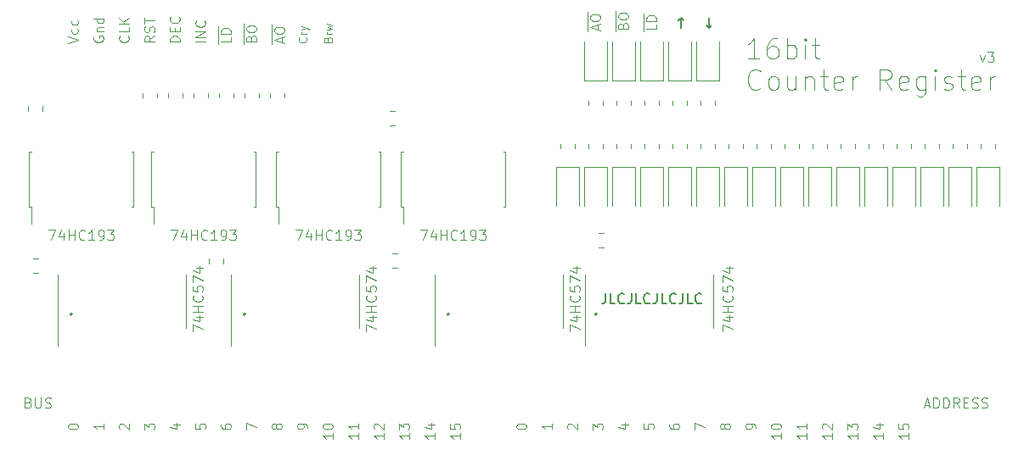
<source format=gbr>
%TF.GenerationSoftware,KiCad,Pcbnew,(5.1.10-1-10_14)*%
%TF.CreationDate,2021-11-12T19:59:20-05:00*%
%TF.ProjectId,address-register-smd,61646472-6573-4732-9d72-656769737465,rev?*%
%TF.SameCoordinates,Original*%
%TF.FileFunction,Legend,Top*%
%TF.FilePolarity,Positive*%
%FSLAX46Y46*%
G04 Gerber Fmt 4.6, Leading zero omitted, Abs format (unit mm)*
G04 Created by KiCad (PCBNEW (5.1.10-1-10_14)) date 2021-11-12 19:59:20*
%MOMM*%
%LPD*%
G01*
G04 APERTURE LIST*
%ADD10C,0.100000*%
%ADD11C,0.200000*%
%ADD12C,0.150000*%
%ADD13C,0.120000*%
G04 APERTURE END LIST*
D10*
X151337857Y-115101714D02*
X151575952Y-115768380D01*
X151814047Y-115101714D01*
X152099761Y-114768380D02*
X152718809Y-114768380D01*
X152385476Y-115149333D01*
X152528333Y-115149333D01*
X152623571Y-115196952D01*
X152671190Y-115244571D01*
X152718809Y-115339809D01*
X152718809Y-115577904D01*
X152671190Y-115673142D01*
X152623571Y-115720761D01*
X152528333Y-115768380D01*
X152242619Y-115768380D01*
X152147380Y-115720761D01*
X152099761Y-115673142D01*
D11*
X60806000Y-140970000D02*
G75*
G03*
X60806000Y-140970000I-100000J0D01*
G01*
D12*
X113998952Y-138898380D02*
X113998952Y-139612666D01*
X113951333Y-139755523D01*
X113856095Y-139850761D01*
X113713238Y-139898380D01*
X113618000Y-139898380D01*
X114951333Y-139898380D02*
X114475142Y-139898380D01*
X114475142Y-138898380D01*
X115856095Y-139803142D02*
X115808476Y-139850761D01*
X115665619Y-139898380D01*
X115570380Y-139898380D01*
X115427523Y-139850761D01*
X115332285Y-139755523D01*
X115284666Y-139660285D01*
X115237047Y-139469809D01*
X115237047Y-139326952D01*
X115284666Y-139136476D01*
X115332285Y-139041238D01*
X115427523Y-138946000D01*
X115570380Y-138898380D01*
X115665619Y-138898380D01*
X115808476Y-138946000D01*
X115856095Y-138993619D01*
X116570380Y-138898380D02*
X116570380Y-139612666D01*
X116522761Y-139755523D01*
X116427523Y-139850761D01*
X116284666Y-139898380D01*
X116189428Y-139898380D01*
X117522761Y-139898380D02*
X117046571Y-139898380D01*
X117046571Y-138898380D01*
X118427523Y-139803142D02*
X118379904Y-139850761D01*
X118237047Y-139898380D01*
X118141809Y-139898380D01*
X117998952Y-139850761D01*
X117903714Y-139755523D01*
X117856095Y-139660285D01*
X117808476Y-139469809D01*
X117808476Y-139326952D01*
X117856095Y-139136476D01*
X117903714Y-139041238D01*
X117998952Y-138946000D01*
X118141809Y-138898380D01*
X118237047Y-138898380D01*
X118379904Y-138946000D01*
X118427523Y-138993619D01*
X119141809Y-138898380D02*
X119141809Y-139612666D01*
X119094190Y-139755523D01*
X118998952Y-139850761D01*
X118856095Y-139898380D01*
X118760857Y-139898380D01*
X120094190Y-139898380D02*
X119618000Y-139898380D01*
X119618000Y-138898380D01*
X120998952Y-139803142D02*
X120951333Y-139850761D01*
X120808476Y-139898380D01*
X120713238Y-139898380D01*
X120570380Y-139850761D01*
X120475142Y-139755523D01*
X120427523Y-139660285D01*
X120379904Y-139469809D01*
X120379904Y-139326952D01*
X120427523Y-139136476D01*
X120475142Y-139041238D01*
X120570380Y-138946000D01*
X120713238Y-138898380D01*
X120808476Y-138898380D01*
X120951333Y-138946000D01*
X120998952Y-138993619D01*
X121713238Y-138898380D02*
X121713238Y-139612666D01*
X121665619Y-139755523D01*
X121570380Y-139850761D01*
X121427523Y-139898380D01*
X121332285Y-139898380D01*
X122665619Y-139898380D02*
X122189428Y-139898380D01*
X122189428Y-138898380D01*
X123570380Y-139803142D02*
X123522761Y-139850761D01*
X123379904Y-139898380D01*
X123284666Y-139898380D01*
X123141809Y-139850761D01*
X123046571Y-139755523D01*
X122998952Y-139660285D01*
X122951333Y-139469809D01*
X122951333Y-139326952D01*
X122998952Y-139136476D01*
X123046571Y-139041238D01*
X123141809Y-138946000D01*
X123284666Y-138898380D01*
X123379904Y-138898380D01*
X123522761Y-138946000D01*
X123570380Y-138993619D01*
D10*
X129350809Y-115432761D02*
X128207952Y-115432761D01*
X128779380Y-115432761D02*
X128779380Y-113432761D01*
X128588904Y-113718476D01*
X128398428Y-113908952D01*
X128207952Y-114004190D01*
X131065095Y-113432761D02*
X130684142Y-113432761D01*
X130493666Y-113528000D01*
X130398428Y-113623238D01*
X130207952Y-113908952D01*
X130112714Y-114289904D01*
X130112714Y-115051809D01*
X130207952Y-115242285D01*
X130303190Y-115337523D01*
X130493666Y-115432761D01*
X130874619Y-115432761D01*
X131065095Y-115337523D01*
X131160333Y-115242285D01*
X131255571Y-115051809D01*
X131255571Y-114575619D01*
X131160333Y-114385142D01*
X131065095Y-114289904D01*
X130874619Y-114194666D01*
X130493666Y-114194666D01*
X130303190Y-114289904D01*
X130207952Y-114385142D01*
X130112714Y-114575619D01*
X132112714Y-115432761D02*
X132112714Y-113432761D01*
X132112714Y-114194666D02*
X132303190Y-114099428D01*
X132684142Y-114099428D01*
X132874619Y-114194666D01*
X132969857Y-114289904D01*
X133065095Y-114480380D01*
X133065095Y-115051809D01*
X132969857Y-115242285D01*
X132874619Y-115337523D01*
X132684142Y-115432761D01*
X132303190Y-115432761D01*
X132112714Y-115337523D01*
X133922238Y-115432761D02*
X133922238Y-114099428D01*
X133922238Y-113432761D02*
X133827000Y-113528000D01*
X133922238Y-113623238D01*
X134017476Y-113528000D01*
X133922238Y-113432761D01*
X133922238Y-113623238D01*
X134588904Y-114099428D02*
X135350809Y-114099428D01*
X134874619Y-113432761D02*
X134874619Y-115147047D01*
X134969857Y-115337523D01*
X135160333Y-115432761D01*
X135350809Y-115432761D01*
X129446047Y-118342285D02*
X129350809Y-118437523D01*
X129065095Y-118532761D01*
X128874619Y-118532761D01*
X128588904Y-118437523D01*
X128398428Y-118247047D01*
X128303190Y-118056571D01*
X128207952Y-117675619D01*
X128207952Y-117389904D01*
X128303190Y-117008952D01*
X128398428Y-116818476D01*
X128588904Y-116628000D01*
X128874619Y-116532761D01*
X129065095Y-116532761D01*
X129350809Y-116628000D01*
X129446047Y-116723238D01*
X130588904Y-118532761D02*
X130398428Y-118437523D01*
X130303190Y-118342285D01*
X130207952Y-118151809D01*
X130207952Y-117580380D01*
X130303190Y-117389904D01*
X130398428Y-117294666D01*
X130588904Y-117199428D01*
X130874619Y-117199428D01*
X131065095Y-117294666D01*
X131160333Y-117389904D01*
X131255571Y-117580380D01*
X131255571Y-118151809D01*
X131160333Y-118342285D01*
X131065095Y-118437523D01*
X130874619Y-118532761D01*
X130588904Y-118532761D01*
X132969857Y-117199428D02*
X132969857Y-118532761D01*
X132112714Y-117199428D02*
X132112714Y-118247047D01*
X132207952Y-118437523D01*
X132398428Y-118532761D01*
X132684142Y-118532761D01*
X132874619Y-118437523D01*
X132969857Y-118342285D01*
X133922238Y-117199428D02*
X133922238Y-118532761D01*
X133922238Y-117389904D02*
X134017476Y-117294666D01*
X134207952Y-117199428D01*
X134493666Y-117199428D01*
X134684142Y-117294666D01*
X134779380Y-117485142D01*
X134779380Y-118532761D01*
X135446047Y-117199428D02*
X136207952Y-117199428D01*
X135731761Y-116532761D02*
X135731761Y-118247047D01*
X135827000Y-118437523D01*
X136017476Y-118532761D01*
X136207952Y-118532761D01*
X137636523Y-118437523D02*
X137446047Y-118532761D01*
X137065095Y-118532761D01*
X136874619Y-118437523D01*
X136779380Y-118247047D01*
X136779380Y-117485142D01*
X136874619Y-117294666D01*
X137065095Y-117199428D01*
X137446047Y-117199428D01*
X137636523Y-117294666D01*
X137731761Y-117485142D01*
X137731761Y-117675619D01*
X136779380Y-117866095D01*
X138588904Y-118532761D02*
X138588904Y-117199428D01*
X138588904Y-117580380D02*
X138684142Y-117389904D01*
X138779380Y-117294666D01*
X138969857Y-117199428D01*
X139160333Y-117199428D01*
X142493666Y-118532761D02*
X141827000Y-117580380D01*
X141350809Y-118532761D02*
X141350809Y-116532761D01*
X142112714Y-116532761D01*
X142303190Y-116628000D01*
X142398428Y-116723238D01*
X142493666Y-116913714D01*
X142493666Y-117199428D01*
X142398428Y-117389904D01*
X142303190Y-117485142D01*
X142112714Y-117580380D01*
X141350809Y-117580380D01*
X144112714Y-118437523D02*
X143922238Y-118532761D01*
X143541285Y-118532761D01*
X143350809Y-118437523D01*
X143255571Y-118247047D01*
X143255571Y-117485142D01*
X143350809Y-117294666D01*
X143541285Y-117199428D01*
X143922238Y-117199428D01*
X144112714Y-117294666D01*
X144207952Y-117485142D01*
X144207952Y-117675619D01*
X143255571Y-117866095D01*
X145922238Y-117199428D02*
X145922238Y-118818476D01*
X145827000Y-119008952D01*
X145731761Y-119104190D01*
X145541285Y-119199428D01*
X145255571Y-119199428D01*
X145065095Y-119104190D01*
X145922238Y-118437523D02*
X145731761Y-118532761D01*
X145350809Y-118532761D01*
X145160333Y-118437523D01*
X145065095Y-118342285D01*
X144969857Y-118151809D01*
X144969857Y-117580380D01*
X145065095Y-117389904D01*
X145160333Y-117294666D01*
X145350809Y-117199428D01*
X145731761Y-117199428D01*
X145922238Y-117294666D01*
X146874619Y-118532761D02*
X146874619Y-117199428D01*
X146874619Y-116532761D02*
X146779380Y-116628000D01*
X146874619Y-116723238D01*
X146969857Y-116628000D01*
X146874619Y-116532761D01*
X146874619Y-116723238D01*
X147731761Y-118437523D02*
X147922238Y-118532761D01*
X148303190Y-118532761D01*
X148493666Y-118437523D01*
X148588904Y-118247047D01*
X148588904Y-118151809D01*
X148493666Y-117961333D01*
X148303190Y-117866095D01*
X148017476Y-117866095D01*
X147827000Y-117770857D01*
X147731761Y-117580380D01*
X147731761Y-117485142D01*
X147827000Y-117294666D01*
X148017476Y-117199428D01*
X148303190Y-117199428D01*
X148493666Y-117294666D01*
X149160333Y-117199428D02*
X149922238Y-117199428D01*
X149446047Y-116532761D02*
X149446047Y-118247047D01*
X149541285Y-118437523D01*
X149731761Y-118532761D01*
X149922238Y-118532761D01*
X151350809Y-118437523D02*
X151160333Y-118532761D01*
X150779380Y-118532761D01*
X150588904Y-118437523D01*
X150493666Y-118247047D01*
X150493666Y-117485142D01*
X150588904Y-117294666D01*
X150779380Y-117199428D01*
X151160333Y-117199428D01*
X151350809Y-117294666D01*
X151446047Y-117485142D01*
X151446047Y-117675619D01*
X150493666Y-117866095D01*
X152303190Y-118532761D02*
X152303190Y-117199428D01*
X152303190Y-117580380D02*
X152398428Y-117389904D01*
X152493666Y-117294666D01*
X152684142Y-117199428D01*
X152874619Y-117199428D01*
X125690380Y-142707904D02*
X125690380Y-142041238D01*
X126690380Y-142469809D01*
X126023714Y-141231714D02*
X126690380Y-141231714D01*
X125642761Y-141469809D02*
X126357047Y-141707904D01*
X126357047Y-141088857D01*
X126690380Y-140707904D02*
X125690380Y-140707904D01*
X126166571Y-140707904D02*
X126166571Y-140136476D01*
X126690380Y-140136476D02*
X125690380Y-140136476D01*
X126595142Y-139088857D02*
X126642761Y-139136476D01*
X126690380Y-139279333D01*
X126690380Y-139374571D01*
X126642761Y-139517428D01*
X126547523Y-139612666D01*
X126452285Y-139660285D01*
X126261809Y-139707904D01*
X126118952Y-139707904D01*
X125928476Y-139660285D01*
X125833238Y-139612666D01*
X125738000Y-139517428D01*
X125690380Y-139374571D01*
X125690380Y-139279333D01*
X125738000Y-139136476D01*
X125785619Y-139088857D01*
X125690380Y-138184095D02*
X125690380Y-138660285D01*
X126166571Y-138707904D01*
X126118952Y-138660285D01*
X126071333Y-138565047D01*
X126071333Y-138326952D01*
X126118952Y-138231714D01*
X126166571Y-138184095D01*
X126261809Y-138136476D01*
X126499904Y-138136476D01*
X126595142Y-138184095D01*
X126642761Y-138231714D01*
X126690380Y-138326952D01*
X126690380Y-138565047D01*
X126642761Y-138660285D01*
X126595142Y-138707904D01*
X125690380Y-137803142D02*
X125690380Y-137136476D01*
X126690380Y-137565047D01*
X126023714Y-136326952D02*
X126690380Y-136326952D01*
X125642761Y-136565047D02*
X126357047Y-136803142D01*
X126357047Y-136184095D01*
X110450380Y-142707904D02*
X110450380Y-142041238D01*
X111450380Y-142469809D01*
X110783714Y-141231714D02*
X111450380Y-141231714D01*
X110402761Y-141469809D02*
X111117047Y-141707904D01*
X111117047Y-141088857D01*
X111450380Y-140707904D02*
X110450380Y-140707904D01*
X110926571Y-140707904D02*
X110926571Y-140136476D01*
X111450380Y-140136476D02*
X110450380Y-140136476D01*
X111355142Y-139088857D02*
X111402761Y-139136476D01*
X111450380Y-139279333D01*
X111450380Y-139374571D01*
X111402761Y-139517428D01*
X111307523Y-139612666D01*
X111212285Y-139660285D01*
X111021809Y-139707904D01*
X110878952Y-139707904D01*
X110688476Y-139660285D01*
X110593238Y-139612666D01*
X110498000Y-139517428D01*
X110450380Y-139374571D01*
X110450380Y-139279333D01*
X110498000Y-139136476D01*
X110545619Y-139088857D01*
X110450380Y-138184095D02*
X110450380Y-138660285D01*
X110926571Y-138707904D01*
X110878952Y-138660285D01*
X110831333Y-138565047D01*
X110831333Y-138326952D01*
X110878952Y-138231714D01*
X110926571Y-138184095D01*
X111021809Y-138136476D01*
X111259904Y-138136476D01*
X111355142Y-138184095D01*
X111402761Y-138231714D01*
X111450380Y-138326952D01*
X111450380Y-138565047D01*
X111402761Y-138660285D01*
X111355142Y-138707904D01*
X110450380Y-137803142D02*
X110450380Y-137136476D01*
X111450380Y-137565047D01*
X110783714Y-136326952D02*
X111450380Y-136326952D01*
X110402761Y-136565047D02*
X111117047Y-136803142D01*
X111117047Y-136184095D01*
X90130380Y-142707904D02*
X90130380Y-142041238D01*
X91130380Y-142469809D01*
X90463714Y-141231714D02*
X91130380Y-141231714D01*
X90082761Y-141469809D02*
X90797047Y-141707904D01*
X90797047Y-141088857D01*
X91130380Y-140707904D02*
X90130380Y-140707904D01*
X90606571Y-140707904D02*
X90606571Y-140136476D01*
X91130380Y-140136476D02*
X90130380Y-140136476D01*
X91035142Y-139088857D02*
X91082761Y-139136476D01*
X91130380Y-139279333D01*
X91130380Y-139374571D01*
X91082761Y-139517428D01*
X90987523Y-139612666D01*
X90892285Y-139660285D01*
X90701809Y-139707904D01*
X90558952Y-139707904D01*
X90368476Y-139660285D01*
X90273238Y-139612666D01*
X90178000Y-139517428D01*
X90130380Y-139374571D01*
X90130380Y-139279333D01*
X90178000Y-139136476D01*
X90225619Y-139088857D01*
X90130380Y-138184095D02*
X90130380Y-138660285D01*
X90606571Y-138707904D01*
X90558952Y-138660285D01*
X90511333Y-138565047D01*
X90511333Y-138326952D01*
X90558952Y-138231714D01*
X90606571Y-138184095D01*
X90701809Y-138136476D01*
X90939904Y-138136476D01*
X91035142Y-138184095D01*
X91082761Y-138231714D01*
X91130380Y-138326952D01*
X91130380Y-138565047D01*
X91082761Y-138660285D01*
X91035142Y-138707904D01*
X90130380Y-137803142D02*
X90130380Y-137136476D01*
X91130380Y-137565047D01*
X90463714Y-136326952D02*
X91130380Y-136326952D01*
X90082761Y-136565047D02*
X90797047Y-136803142D01*
X90797047Y-136184095D01*
X72858380Y-142707904D02*
X72858380Y-142041238D01*
X73858380Y-142469809D01*
X73191714Y-141231714D02*
X73858380Y-141231714D01*
X72810761Y-141469809D02*
X73525047Y-141707904D01*
X73525047Y-141088857D01*
X73858380Y-140707904D02*
X72858380Y-140707904D01*
X73334571Y-140707904D02*
X73334571Y-140136476D01*
X73858380Y-140136476D02*
X72858380Y-140136476D01*
X73763142Y-139088857D02*
X73810761Y-139136476D01*
X73858380Y-139279333D01*
X73858380Y-139374571D01*
X73810761Y-139517428D01*
X73715523Y-139612666D01*
X73620285Y-139660285D01*
X73429809Y-139707904D01*
X73286952Y-139707904D01*
X73096476Y-139660285D01*
X73001238Y-139612666D01*
X72906000Y-139517428D01*
X72858380Y-139374571D01*
X72858380Y-139279333D01*
X72906000Y-139136476D01*
X72953619Y-139088857D01*
X72858380Y-138184095D02*
X72858380Y-138660285D01*
X73334571Y-138707904D01*
X73286952Y-138660285D01*
X73239333Y-138565047D01*
X73239333Y-138326952D01*
X73286952Y-138231714D01*
X73334571Y-138184095D01*
X73429809Y-138136476D01*
X73667904Y-138136476D01*
X73763142Y-138184095D01*
X73810761Y-138231714D01*
X73858380Y-138326952D01*
X73858380Y-138565047D01*
X73810761Y-138660285D01*
X73763142Y-138707904D01*
X72858380Y-137803142D02*
X72858380Y-137136476D01*
X73858380Y-137565047D01*
X73191714Y-136326952D02*
X73858380Y-136326952D01*
X72810761Y-136565047D02*
X73525047Y-136803142D01*
X73525047Y-136184095D01*
D11*
X113130000Y-140970000D02*
G75*
G03*
X113130000Y-140970000I-100000J0D01*
G01*
X98398000Y-140970000D02*
G75*
G03*
X98398000Y-140970000I-100000J0D01*
G01*
X78078000Y-140970000D02*
G75*
G03*
X78078000Y-140970000I-100000J0D01*
G01*
D10*
X145797476Y-150026666D02*
X146273666Y-150026666D01*
X145702238Y-150312380D02*
X146035571Y-149312380D01*
X146368904Y-150312380D01*
X146702238Y-150312380D02*
X146702238Y-149312380D01*
X146940333Y-149312380D01*
X147083190Y-149360000D01*
X147178428Y-149455238D01*
X147226047Y-149550476D01*
X147273666Y-149740952D01*
X147273666Y-149883809D01*
X147226047Y-150074285D01*
X147178428Y-150169523D01*
X147083190Y-150264761D01*
X146940333Y-150312380D01*
X146702238Y-150312380D01*
X147702238Y-150312380D02*
X147702238Y-149312380D01*
X147940333Y-149312380D01*
X148083190Y-149360000D01*
X148178428Y-149455238D01*
X148226047Y-149550476D01*
X148273666Y-149740952D01*
X148273666Y-149883809D01*
X148226047Y-150074285D01*
X148178428Y-150169523D01*
X148083190Y-150264761D01*
X147940333Y-150312380D01*
X147702238Y-150312380D01*
X149273666Y-150312380D02*
X148940333Y-149836190D01*
X148702238Y-150312380D02*
X148702238Y-149312380D01*
X149083190Y-149312380D01*
X149178428Y-149360000D01*
X149226047Y-149407619D01*
X149273666Y-149502857D01*
X149273666Y-149645714D01*
X149226047Y-149740952D01*
X149178428Y-149788571D01*
X149083190Y-149836190D01*
X148702238Y-149836190D01*
X149702238Y-149788571D02*
X150035571Y-149788571D01*
X150178428Y-150312380D02*
X149702238Y-150312380D01*
X149702238Y-149312380D01*
X150178428Y-149312380D01*
X150559380Y-150264761D02*
X150702238Y-150312380D01*
X150940333Y-150312380D01*
X151035571Y-150264761D01*
X151083190Y-150217142D01*
X151130809Y-150121904D01*
X151130809Y-150026666D01*
X151083190Y-149931428D01*
X151035571Y-149883809D01*
X150940333Y-149836190D01*
X150749857Y-149788571D01*
X150654619Y-149740952D01*
X150607000Y-149693333D01*
X150559380Y-149598095D01*
X150559380Y-149502857D01*
X150607000Y-149407619D01*
X150654619Y-149360000D01*
X150749857Y-149312380D01*
X150987952Y-149312380D01*
X151130809Y-149360000D01*
X151511761Y-150264761D02*
X151654619Y-150312380D01*
X151892714Y-150312380D01*
X151987952Y-150264761D01*
X152035571Y-150217142D01*
X152083190Y-150121904D01*
X152083190Y-150026666D01*
X152035571Y-149931428D01*
X151987952Y-149883809D01*
X151892714Y-149836190D01*
X151702238Y-149788571D01*
X151607000Y-149740952D01*
X151559380Y-149693333D01*
X151511761Y-149598095D01*
X151511761Y-149502857D01*
X151559380Y-149407619D01*
X151607000Y-149360000D01*
X151702238Y-149312380D01*
X151940333Y-149312380D01*
X152083190Y-149360000D01*
X56434428Y-149788571D02*
X56577285Y-149836190D01*
X56624904Y-149883809D01*
X56672523Y-149979047D01*
X56672523Y-150121904D01*
X56624904Y-150217142D01*
X56577285Y-150264761D01*
X56482047Y-150312380D01*
X56101095Y-150312380D01*
X56101095Y-149312380D01*
X56434428Y-149312380D01*
X56529666Y-149360000D01*
X56577285Y-149407619D01*
X56624904Y-149502857D01*
X56624904Y-149598095D01*
X56577285Y-149693333D01*
X56529666Y-149740952D01*
X56434428Y-149788571D01*
X56101095Y-149788571D01*
X57101095Y-149312380D02*
X57101095Y-150121904D01*
X57148714Y-150217142D01*
X57196333Y-150264761D01*
X57291571Y-150312380D01*
X57482047Y-150312380D01*
X57577285Y-150264761D01*
X57624904Y-150217142D01*
X57672523Y-150121904D01*
X57672523Y-149312380D01*
X58101095Y-150264761D02*
X58243952Y-150312380D01*
X58482047Y-150312380D01*
X58577285Y-150264761D01*
X58624904Y-150217142D01*
X58672523Y-150121904D01*
X58672523Y-150026666D01*
X58624904Y-149931428D01*
X58577285Y-149883809D01*
X58482047Y-149836190D01*
X58291571Y-149788571D01*
X58196333Y-149740952D01*
X58148714Y-149693333D01*
X58101095Y-149598095D01*
X58101095Y-149502857D01*
X58148714Y-149407619D01*
X58196333Y-149360000D01*
X58291571Y-149312380D01*
X58529666Y-149312380D01*
X58672523Y-149360000D01*
X105116380Y-152226809D02*
X105116380Y-152131571D01*
X105164000Y-152036333D01*
X105211619Y-151988714D01*
X105306857Y-151941095D01*
X105497333Y-151893476D01*
X105735428Y-151893476D01*
X105925904Y-151941095D01*
X106021142Y-151988714D01*
X106068761Y-152036333D01*
X106116380Y-152131571D01*
X106116380Y-152226809D01*
X106068761Y-152322047D01*
X106021142Y-152369666D01*
X105925904Y-152417285D01*
X105735428Y-152464904D01*
X105497333Y-152464904D01*
X105306857Y-152417285D01*
X105211619Y-152369666D01*
X105164000Y-152322047D01*
X105116380Y-152226809D01*
X136596380Y-152845857D02*
X136596380Y-153417285D01*
X136596380Y-153131571D02*
X135596380Y-153131571D01*
X135739238Y-153226809D01*
X135834476Y-153322047D01*
X135882095Y-153417285D01*
X135691619Y-152464904D02*
X135644000Y-152417285D01*
X135596380Y-152322047D01*
X135596380Y-152083952D01*
X135644000Y-151988714D01*
X135691619Y-151941095D01*
X135786857Y-151893476D01*
X135882095Y-151893476D01*
X136024952Y-151941095D01*
X136596380Y-152512523D01*
X136596380Y-151893476D01*
X139136380Y-152845857D02*
X139136380Y-153417285D01*
X139136380Y-153131571D02*
X138136380Y-153131571D01*
X138279238Y-153226809D01*
X138374476Y-153322047D01*
X138422095Y-153417285D01*
X138136380Y-152512523D02*
X138136380Y-151893476D01*
X138517333Y-152226809D01*
X138517333Y-152083952D01*
X138564952Y-151988714D01*
X138612571Y-151941095D01*
X138707809Y-151893476D01*
X138945904Y-151893476D01*
X139041142Y-151941095D01*
X139088761Y-151988714D01*
X139136380Y-152083952D01*
X139136380Y-152369666D01*
X139088761Y-152464904D01*
X139041142Y-152512523D01*
X131516380Y-152845857D02*
X131516380Y-153417285D01*
X131516380Y-153131571D02*
X130516380Y-153131571D01*
X130659238Y-153226809D01*
X130754476Y-153322047D01*
X130802095Y-153417285D01*
X130516380Y-152226809D02*
X130516380Y-152131571D01*
X130564000Y-152036333D01*
X130611619Y-151988714D01*
X130706857Y-151941095D01*
X130897333Y-151893476D01*
X131135428Y-151893476D01*
X131325904Y-151941095D01*
X131421142Y-151988714D01*
X131468761Y-152036333D01*
X131516380Y-152131571D01*
X131516380Y-152226809D01*
X131468761Y-152322047D01*
X131421142Y-152369666D01*
X131325904Y-152417285D01*
X131135428Y-152464904D01*
X130897333Y-152464904D01*
X130706857Y-152417285D01*
X130611619Y-152369666D01*
X130564000Y-152322047D01*
X130516380Y-152226809D01*
X134056380Y-152845857D02*
X134056380Y-153417285D01*
X134056380Y-153131571D02*
X133056380Y-153131571D01*
X133199238Y-153226809D01*
X133294476Y-153322047D01*
X133342095Y-153417285D01*
X134056380Y-151893476D02*
X134056380Y-152464904D01*
X134056380Y-152179190D02*
X133056380Y-152179190D01*
X133199238Y-152274428D01*
X133294476Y-152369666D01*
X133342095Y-152464904D01*
X141676380Y-152845857D02*
X141676380Y-153417285D01*
X141676380Y-153131571D02*
X140676380Y-153131571D01*
X140819238Y-153226809D01*
X140914476Y-153322047D01*
X140962095Y-153417285D01*
X141009714Y-151988714D02*
X141676380Y-151988714D01*
X140628761Y-152226809D02*
X141343047Y-152464904D01*
X141343047Y-151845857D01*
X144216380Y-152845857D02*
X144216380Y-153417285D01*
X144216380Y-153131571D02*
X143216380Y-153131571D01*
X143359238Y-153226809D01*
X143454476Y-153322047D01*
X143502095Y-153417285D01*
X143216380Y-151941095D02*
X143216380Y-152417285D01*
X143692571Y-152464904D01*
X143644952Y-152417285D01*
X143597333Y-152322047D01*
X143597333Y-152083952D01*
X143644952Y-151988714D01*
X143692571Y-151941095D01*
X143787809Y-151893476D01*
X144025904Y-151893476D01*
X144121142Y-151941095D01*
X144168761Y-151988714D01*
X144216380Y-152083952D01*
X144216380Y-152322047D01*
X144168761Y-152417285D01*
X144121142Y-152464904D01*
X110291619Y-152464904D02*
X110244000Y-152417285D01*
X110196380Y-152322047D01*
X110196380Y-152083952D01*
X110244000Y-151988714D01*
X110291619Y-151941095D01*
X110386857Y-151893476D01*
X110482095Y-151893476D01*
X110624952Y-151941095D01*
X111196380Y-152512523D01*
X111196380Y-151893476D01*
X108656380Y-151893476D02*
X108656380Y-152464904D01*
X108656380Y-152179190D02*
X107656380Y-152179190D01*
X107799238Y-152274428D01*
X107894476Y-152369666D01*
X107942095Y-152464904D01*
X115609714Y-151988714D02*
X116276380Y-151988714D01*
X115228761Y-152226809D02*
X115943047Y-152464904D01*
X115943047Y-151845857D01*
X117816380Y-151941095D02*
X117816380Y-152417285D01*
X118292571Y-152464904D01*
X118244952Y-152417285D01*
X118197333Y-152322047D01*
X118197333Y-152083952D01*
X118244952Y-151988714D01*
X118292571Y-151941095D01*
X118387809Y-151893476D01*
X118625904Y-151893476D01*
X118721142Y-151941095D01*
X118768761Y-151988714D01*
X118816380Y-152083952D01*
X118816380Y-152322047D01*
X118768761Y-152417285D01*
X118721142Y-152464904D01*
X120356380Y-151988714D02*
X120356380Y-152179190D01*
X120404000Y-152274428D01*
X120451619Y-152322047D01*
X120594476Y-152417285D01*
X120784952Y-152464904D01*
X121165904Y-152464904D01*
X121261142Y-152417285D01*
X121308761Y-152369666D01*
X121356380Y-152274428D01*
X121356380Y-152083952D01*
X121308761Y-151988714D01*
X121261142Y-151941095D01*
X121165904Y-151893476D01*
X120927809Y-151893476D01*
X120832571Y-151941095D01*
X120784952Y-151988714D01*
X120737333Y-152083952D01*
X120737333Y-152274428D01*
X120784952Y-152369666D01*
X120832571Y-152417285D01*
X120927809Y-152464904D01*
X125864952Y-152274428D02*
X125817333Y-152369666D01*
X125769714Y-152417285D01*
X125674476Y-152464904D01*
X125626857Y-152464904D01*
X125531619Y-152417285D01*
X125484000Y-152369666D01*
X125436380Y-152274428D01*
X125436380Y-152083952D01*
X125484000Y-151988714D01*
X125531619Y-151941095D01*
X125626857Y-151893476D01*
X125674476Y-151893476D01*
X125769714Y-151941095D01*
X125817333Y-151988714D01*
X125864952Y-152083952D01*
X125864952Y-152274428D01*
X125912571Y-152369666D01*
X125960190Y-152417285D01*
X126055428Y-152464904D01*
X126245904Y-152464904D01*
X126341142Y-152417285D01*
X126388761Y-152369666D01*
X126436380Y-152274428D01*
X126436380Y-152083952D01*
X126388761Y-151988714D01*
X126341142Y-151941095D01*
X126245904Y-151893476D01*
X126055428Y-151893476D01*
X125960190Y-151941095D01*
X125912571Y-151988714D01*
X125864952Y-152083952D01*
X122896380Y-152512523D02*
X122896380Y-151845857D01*
X123896380Y-152274428D01*
X128976380Y-152369666D02*
X128976380Y-152179190D01*
X128928761Y-152083952D01*
X128881142Y-152036333D01*
X128738285Y-151941095D01*
X128547809Y-151893476D01*
X128166857Y-151893476D01*
X128071619Y-151941095D01*
X128024000Y-151988714D01*
X127976380Y-152083952D01*
X127976380Y-152274428D01*
X128024000Y-152369666D01*
X128071619Y-152417285D01*
X128166857Y-152464904D01*
X128404952Y-152464904D01*
X128500190Y-152417285D01*
X128547809Y-152369666D01*
X128595428Y-152274428D01*
X128595428Y-152083952D01*
X128547809Y-151988714D01*
X128500190Y-151941095D01*
X128404952Y-151893476D01*
X112736380Y-152512523D02*
X112736380Y-151893476D01*
X113117333Y-152226809D01*
X113117333Y-152083952D01*
X113164952Y-151988714D01*
X113212571Y-151941095D01*
X113307809Y-151893476D01*
X113545904Y-151893476D01*
X113641142Y-151941095D01*
X113688761Y-151988714D01*
X113736380Y-152083952D01*
X113736380Y-152369666D01*
X113688761Y-152464904D01*
X113641142Y-152512523D01*
X99512380Y-152845857D02*
X99512380Y-153417285D01*
X99512380Y-153131571D02*
X98512380Y-153131571D01*
X98655238Y-153226809D01*
X98750476Y-153322047D01*
X98798095Y-153417285D01*
X98512380Y-151941095D02*
X98512380Y-152417285D01*
X98988571Y-152464904D01*
X98940952Y-152417285D01*
X98893333Y-152322047D01*
X98893333Y-152083952D01*
X98940952Y-151988714D01*
X98988571Y-151941095D01*
X99083809Y-151893476D01*
X99321904Y-151893476D01*
X99417142Y-151941095D01*
X99464761Y-151988714D01*
X99512380Y-152083952D01*
X99512380Y-152322047D01*
X99464761Y-152417285D01*
X99417142Y-152464904D01*
X96972380Y-152845857D02*
X96972380Y-153417285D01*
X96972380Y-153131571D02*
X95972380Y-153131571D01*
X96115238Y-153226809D01*
X96210476Y-153322047D01*
X96258095Y-153417285D01*
X96305714Y-151988714D02*
X96972380Y-151988714D01*
X95924761Y-152226809D02*
X96639047Y-152464904D01*
X96639047Y-151845857D01*
X94432380Y-152845857D02*
X94432380Y-153417285D01*
X94432380Y-153131571D02*
X93432380Y-153131571D01*
X93575238Y-153226809D01*
X93670476Y-153322047D01*
X93718095Y-153417285D01*
X93432380Y-152512523D02*
X93432380Y-151893476D01*
X93813333Y-152226809D01*
X93813333Y-152083952D01*
X93860952Y-151988714D01*
X93908571Y-151941095D01*
X94003809Y-151893476D01*
X94241904Y-151893476D01*
X94337142Y-151941095D01*
X94384761Y-151988714D01*
X94432380Y-152083952D01*
X94432380Y-152369666D01*
X94384761Y-152464904D01*
X94337142Y-152512523D01*
X91892380Y-152845857D02*
X91892380Y-153417285D01*
X91892380Y-153131571D02*
X90892380Y-153131571D01*
X91035238Y-153226809D01*
X91130476Y-153322047D01*
X91178095Y-153417285D01*
X90987619Y-152464904D02*
X90940000Y-152417285D01*
X90892380Y-152322047D01*
X90892380Y-152083952D01*
X90940000Y-151988714D01*
X90987619Y-151941095D01*
X91082857Y-151893476D01*
X91178095Y-151893476D01*
X91320952Y-151941095D01*
X91892380Y-152512523D01*
X91892380Y-151893476D01*
X89352380Y-152845857D02*
X89352380Y-153417285D01*
X89352380Y-153131571D02*
X88352380Y-153131571D01*
X88495238Y-153226809D01*
X88590476Y-153322047D01*
X88638095Y-153417285D01*
X89352380Y-151893476D02*
X89352380Y-152464904D01*
X89352380Y-152179190D02*
X88352380Y-152179190D01*
X88495238Y-152274428D01*
X88590476Y-152369666D01*
X88638095Y-152464904D01*
X86812380Y-152845857D02*
X86812380Y-153417285D01*
X86812380Y-153131571D02*
X85812380Y-153131571D01*
X85955238Y-153226809D01*
X86050476Y-153322047D01*
X86098095Y-153417285D01*
X85812380Y-152226809D02*
X85812380Y-152131571D01*
X85860000Y-152036333D01*
X85907619Y-151988714D01*
X86002857Y-151941095D01*
X86193333Y-151893476D01*
X86431428Y-151893476D01*
X86621904Y-151941095D01*
X86717142Y-151988714D01*
X86764761Y-152036333D01*
X86812380Y-152131571D01*
X86812380Y-152226809D01*
X86764761Y-152322047D01*
X86717142Y-152369666D01*
X86621904Y-152417285D01*
X86431428Y-152464904D01*
X86193333Y-152464904D01*
X86002857Y-152417285D01*
X85907619Y-152369666D01*
X85860000Y-152322047D01*
X85812380Y-152226809D01*
X84272380Y-152369666D02*
X84272380Y-152179190D01*
X84224761Y-152083952D01*
X84177142Y-152036333D01*
X84034285Y-151941095D01*
X83843809Y-151893476D01*
X83462857Y-151893476D01*
X83367619Y-151941095D01*
X83320000Y-151988714D01*
X83272380Y-152083952D01*
X83272380Y-152274428D01*
X83320000Y-152369666D01*
X83367619Y-152417285D01*
X83462857Y-152464904D01*
X83700952Y-152464904D01*
X83796190Y-152417285D01*
X83843809Y-152369666D01*
X83891428Y-152274428D01*
X83891428Y-152083952D01*
X83843809Y-151988714D01*
X83796190Y-151941095D01*
X83700952Y-151893476D01*
X81160952Y-152274428D02*
X81113333Y-152369666D01*
X81065714Y-152417285D01*
X80970476Y-152464904D01*
X80922857Y-152464904D01*
X80827619Y-152417285D01*
X80780000Y-152369666D01*
X80732380Y-152274428D01*
X80732380Y-152083952D01*
X80780000Y-151988714D01*
X80827619Y-151941095D01*
X80922857Y-151893476D01*
X80970476Y-151893476D01*
X81065714Y-151941095D01*
X81113333Y-151988714D01*
X81160952Y-152083952D01*
X81160952Y-152274428D01*
X81208571Y-152369666D01*
X81256190Y-152417285D01*
X81351428Y-152464904D01*
X81541904Y-152464904D01*
X81637142Y-152417285D01*
X81684761Y-152369666D01*
X81732380Y-152274428D01*
X81732380Y-152083952D01*
X81684761Y-151988714D01*
X81637142Y-151941095D01*
X81541904Y-151893476D01*
X81351428Y-151893476D01*
X81256190Y-151941095D01*
X81208571Y-151988714D01*
X81160952Y-152083952D01*
X78192380Y-152512523D02*
X78192380Y-151845857D01*
X79192380Y-152274428D01*
X75652380Y-151988714D02*
X75652380Y-152179190D01*
X75700000Y-152274428D01*
X75747619Y-152322047D01*
X75890476Y-152417285D01*
X76080952Y-152464904D01*
X76461904Y-152464904D01*
X76557142Y-152417285D01*
X76604761Y-152369666D01*
X76652380Y-152274428D01*
X76652380Y-152083952D01*
X76604761Y-151988714D01*
X76557142Y-151941095D01*
X76461904Y-151893476D01*
X76223809Y-151893476D01*
X76128571Y-151941095D01*
X76080952Y-151988714D01*
X76033333Y-152083952D01*
X76033333Y-152274428D01*
X76080952Y-152369666D01*
X76128571Y-152417285D01*
X76223809Y-152464904D01*
X73112380Y-151941095D02*
X73112380Y-152417285D01*
X73588571Y-152464904D01*
X73540952Y-152417285D01*
X73493333Y-152322047D01*
X73493333Y-152083952D01*
X73540952Y-151988714D01*
X73588571Y-151941095D01*
X73683809Y-151893476D01*
X73921904Y-151893476D01*
X74017142Y-151941095D01*
X74064761Y-151988714D01*
X74112380Y-152083952D01*
X74112380Y-152322047D01*
X74064761Y-152417285D01*
X74017142Y-152464904D01*
X70905714Y-151988714D02*
X71572380Y-151988714D01*
X70524761Y-152226809D02*
X71239047Y-152464904D01*
X71239047Y-151845857D01*
X68032380Y-152512523D02*
X68032380Y-151893476D01*
X68413333Y-152226809D01*
X68413333Y-152083952D01*
X68460952Y-151988714D01*
X68508571Y-151941095D01*
X68603809Y-151893476D01*
X68841904Y-151893476D01*
X68937142Y-151941095D01*
X68984761Y-151988714D01*
X69032380Y-152083952D01*
X69032380Y-152369666D01*
X68984761Y-152464904D01*
X68937142Y-152512523D01*
X65587619Y-152464904D02*
X65540000Y-152417285D01*
X65492380Y-152322047D01*
X65492380Y-152083952D01*
X65540000Y-151988714D01*
X65587619Y-151941095D01*
X65682857Y-151893476D01*
X65778095Y-151893476D01*
X65920952Y-151941095D01*
X66492380Y-152512523D01*
X66492380Y-151893476D01*
X63952380Y-151893476D02*
X63952380Y-152464904D01*
X63952380Y-152179190D02*
X62952380Y-152179190D01*
X63095238Y-152274428D01*
X63190476Y-152369666D01*
X63238095Y-152464904D01*
X60412380Y-152226809D02*
X60412380Y-152131571D01*
X60460000Y-152036333D01*
X60507619Y-151988714D01*
X60602857Y-151941095D01*
X60793333Y-151893476D01*
X61031428Y-151893476D01*
X61221904Y-151941095D01*
X61317142Y-151988714D01*
X61364761Y-152036333D01*
X61412380Y-152131571D01*
X61412380Y-152226809D01*
X61364761Y-152322047D01*
X61317142Y-152369666D01*
X61221904Y-152417285D01*
X61031428Y-152464904D01*
X60793333Y-152464904D01*
X60602857Y-152417285D01*
X60507619Y-152369666D01*
X60460000Y-152322047D01*
X60412380Y-152226809D01*
X86302857Y-113523857D02*
X86340952Y-113409571D01*
X86379047Y-113371476D01*
X86455238Y-113333380D01*
X86569523Y-113333380D01*
X86645714Y-113371476D01*
X86683809Y-113409571D01*
X86721904Y-113485761D01*
X86721904Y-113790523D01*
X85921904Y-113790523D01*
X85921904Y-113523857D01*
X85960000Y-113447666D01*
X85998095Y-113409571D01*
X86074285Y-113371476D01*
X86150476Y-113371476D01*
X86226666Y-113409571D01*
X86264761Y-113447666D01*
X86302857Y-113523857D01*
X86302857Y-113790523D01*
X86721904Y-112990523D02*
X86188571Y-112990523D01*
X86340952Y-112990523D02*
X86264761Y-112952428D01*
X86226666Y-112914333D01*
X86188571Y-112838142D01*
X86188571Y-112761952D01*
X86188571Y-112571476D02*
X86721904Y-112419095D01*
X86340952Y-112266714D01*
X86721904Y-112114333D01*
X86188571Y-111961952D01*
X84105714Y-113333380D02*
X84143809Y-113371476D01*
X84181904Y-113485761D01*
X84181904Y-113561952D01*
X84143809Y-113676238D01*
X84067619Y-113752428D01*
X83991428Y-113790523D01*
X83839047Y-113828619D01*
X83724761Y-113828619D01*
X83572380Y-113790523D01*
X83496190Y-113752428D01*
X83420000Y-113676238D01*
X83381904Y-113561952D01*
X83381904Y-113485761D01*
X83420000Y-113371476D01*
X83458095Y-113333380D01*
X84181904Y-112990523D02*
X83648571Y-112990523D01*
X83800952Y-112990523D02*
X83724761Y-112952428D01*
X83686666Y-112914333D01*
X83648571Y-112838142D01*
X83648571Y-112761952D01*
X83648571Y-112571476D02*
X84181904Y-112381000D01*
X83648571Y-112190523D02*
X84181904Y-112381000D01*
X84372380Y-112457190D01*
X84410476Y-112495285D01*
X84448571Y-112571476D01*
X60412380Y-113885761D02*
X61412380Y-113552428D01*
X60412380Y-113219095D01*
X61364761Y-112457190D02*
X61412380Y-112552428D01*
X61412380Y-112742904D01*
X61364761Y-112838142D01*
X61317142Y-112885761D01*
X61221904Y-112933380D01*
X60936190Y-112933380D01*
X60840952Y-112885761D01*
X60793333Y-112838142D01*
X60745714Y-112742904D01*
X60745714Y-112552428D01*
X60793333Y-112457190D01*
X61364761Y-111600047D02*
X61412380Y-111695285D01*
X61412380Y-111885761D01*
X61364761Y-111981000D01*
X61317142Y-112028619D01*
X61221904Y-112076238D01*
X60936190Y-112076238D01*
X60840952Y-112028619D01*
X60793333Y-111981000D01*
X60745714Y-111885761D01*
X60745714Y-111695285D01*
X60793333Y-111600047D01*
X63000000Y-113219095D02*
X62952380Y-113314333D01*
X62952380Y-113457190D01*
X63000000Y-113600047D01*
X63095238Y-113695285D01*
X63190476Y-113742904D01*
X63380952Y-113790523D01*
X63523809Y-113790523D01*
X63714285Y-113742904D01*
X63809523Y-113695285D01*
X63904761Y-113600047D01*
X63952380Y-113457190D01*
X63952380Y-113361952D01*
X63904761Y-113219095D01*
X63857142Y-113171476D01*
X63523809Y-113171476D01*
X63523809Y-113361952D01*
X63285714Y-112742904D02*
X63952380Y-112742904D01*
X63380952Y-112742904D02*
X63333333Y-112695285D01*
X63285714Y-112600047D01*
X63285714Y-112457190D01*
X63333333Y-112361952D01*
X63428571Y-112314333D01*
X63952380Y-112314333D01*
X63952380Y-111409571D02*
X62952380Y-111409571D01*
X63904761Y-111409571D02*
X63952380Y-111504809D01*
X63952380Y-111695285D01*
X63904761Y-111790523D01*
X63857142Y-111838142D01*
X63761904Y-111885761D01*
X63476190Y-111885761D01*
X63380952Y-111838142D01*
X63333333Y-111790523D01*
X63285714Y-111695285D01*
X63285714Y-111504809D01*
X63333333Y-111409571D01*
X66397142Y-113171476D02*
X66444761Y-113219095D01*
X66492380Y-113361952D01*
X66492380Y-113457190D01*
X66444761Y-113600047D01*
X66349523Y-113695285D01*
X66254285Y-113742904D01*
X66063809Y-113790523D01*
X65920952Y-113790523D01*
X65730476Y-113742904D01*
X65635238Y-113695285D01*
X65540000Y-113600047D01*
X65492380Y-113457190D01*
X65492380Y-113361952D01*
X65540000Y-113219095D01*
X65587619Y-113171476D01*
X66492380Y-112266714D02*
X66492380Y-112742904D01*
X65492380Y-112742904D01*
X66492380Y-111933380D02*
X65492380Y-111933380D01*
X66492380Y-111361952D02*
X65920952Y-111790523D01*
X65492380Y-111361952D02*
X66063809Y-111933380D01*
X69032380Y-113171476D02*
X68556190Y-113504809D01*
X69032380Y-113742904D02*
X68032380Y-113742904D01*
X68032380Y-113361952D01*
X68080000Y-113266714D01*
X68127619Y-113219095D01*
X68222857Y-113171476D01*
X68365714Y-113171476D01*
X68460952Y-113219095D01*
X68508571Y-113266714D01*
X68556190Y-113361952D01*
X68556190Y-113742904D01*
X68984761Y-112790523D02*
X69032380Y-112647666D01*
X69032380Y-112409571D01*
X68984761Y-112314333D01*
X68937142Y-112266714D01*
X68841904Y-112219095D01*
X68746666Y-112219095D01*
X68651428Y-112266714D01*
X68603809Y-112314333D01*
X68556190Y-112409571D01*
X68508571Y-112600047D01*
X68460952Y-112695285D01*
X68413333Y-112742904D01*
X68318095Y-112790523D01*
X68222857Y-112790523D01*
X68127619Y-112742904D01*
X68080000Y-112695285D01*
X68032380Y-112600047D01*
X68032380Y-112361952D01*
X68080000Y-112219095D01*
X68032380Y-111933380D02*
X68032380Y-111361952D01*
X69032380Y-111647666D02*
X68032380Y-111647666D01*
X71572380Y-113742904D02*
X70572380Y-113742904D01*
X70572380Y-113504809D01*
X70620000Y-113361952D01*
X70715238Y-113266714D01*
X70810476Y-113219095D01*
X71000952Y-113171476D01*
X71143809Y-113171476D01*
X71334285Y-113219095D01*
X71429523Y-113266714D01*
X71524761Y-113361952D01*
X71572380Y-113504809D01*
X71572380Y-113742904D01*
X71048571Y-112742904D02*
X71048571Y-112409571D01*
X71572380Y-112266714D02*
X71572380Y-112742904D01*
X70572380Y-112742904D01*
X70572380Y-112266714D01*
X71477142Y-111266714D02*
X71524761Y-111314333D01*
X71572380Y-111457190D01*
X71572380Y-111552428D01*
X71524761Y-111695285D01*
X71429523Y-111790523D01*
X71334285Y-111838142D01*
X71143809Y-111885761D01*
X71000952Y-111885761D01*
X70810476Y-111838142D01*
X70715238Y-111790523D01*
X70620000Y-111695285D01*
X70572380Y-111552428D01*
X70572380Y-111457190D01*
X70620000Y-111314333D01*
X70667619Y-111266714D01*
X74112380Y-113742904D02*
X73112380Y-113742904D01*
X74112380Y-113266714D02*
X73112380Y-113266714D01*
X74112380Y-112695285D01*
X73112380Y-112695285D01*
X74017142Y-111647666D02*
X74064761Y-111695285D01*
X74112380Y-111838142D01*
X74112380Y-111933380D01*
X74064761Y-112076238D01*
X73969523Y-112171476D01*
X73874285Y-112219095D01*
X73683809Y-112266714D01*
X73540952Y-112266714D01*
X73350476Y-112219095D01*
X73255238Y-112171476D01*
X73160000Y-112076238D01*
X73112380Y-111933380D01*
X73112380Y-111838142D01*
X73160000Y-111695285D01*
X73207619Y-111647666D01*
X75350000Y-113981000D02*
X75350000Y-113171476D01*
X76652380Y-113266714D02*
X76652380Y-113742904D01*
X75652380Y-113742904D01*
X75350000Y-113171476D02*
X75350000Y-112171476D01*
X76652380Y-112933380D02*
X75652380Y-112933380D01*
X75652380Y-112695285D01*
X75700000Y-112552428D01*
X75795238Y-112457190D01*
X75890476Y-112409571D01*
X76080952Y-112361952D01*
X76223809Y-112361952D01*
X76414285Y-112409571D01*
X76509523Y-112457190D01*
X76604761Y-112552428D01*
X76652380Y-112695285D01*
X76652380Y-112933380D01*
X80684000Y-113981000D02*
X80684000Y-113123857D01*
X81700666Y-113790523D02*
X81700666Y-113314333D01*
X81986380Y-113885761D02*
X80986380Y-113552428D01*
X81986380Y-113219095D01*
X80684000Y-113123857D02*
X80684000Y-112076238D01*
X80986380Y-112695285D02*
X80986380Y-112504809D01*
X81034000Y-112409571D01*
X81129238Y-112314333D01*
X81319714Y-112266714D01*
X81653047Y-112266714D01*
X81843523Y-112314333D01*
X81938761Y-112409571D01*
X81986380Y-112504809D01*
X81986380Y-112695285D01*
X81938761Y-112790523D01*
X81843523Y-112885761D01*
X81653047Y-112933380D01*
X81319714Y-112933380D01*
X81129238Y-112885761D01*
X81034000Y-112790523D01*
X80986380Y-112695285D01*
X77890000Y-113981000D02*
X77890000Y-112981000D01*
X78668571Y-113409571D02*
X78716190Y-113266714D01*
X78763809Y-113219095D01*
X78859047Y-113171476D01*
X79001904Y-113171476D01*
X79097142Y-113219095D01*
X79144761Y-113266714D01*
X79192380Y-113361952D01*
X79192380Y-113742904D01*
X78192380Y-113742904D01*
X78192380Y-113409571D01*
X78240000Y-113314333D01*
X78287619Y-113266714D01*
X78382857Y-113219095D01*
X78478095Y-113219095D01*
X78573333Y-113266714D01*
X78620952Y-113314333D01*
X78668571Y-113409571D01*
X78668571Y-113742904D01*
X77890000Y-112981000D02*
X77890000Y-111933380D01*
X78192380Y-112552428D02*
X78192380Y-112361952D01*
X78240000Y-112266714D01*
X78335238Y-112171476D01*
X78525714Y-112123857D01*
X78859047Y-112123857D01*
X79049523Y-112171476D01*
X79144761Y-112266714D01*
X79192380Y-112361952D01*
X79192380Y-112552428D01*
X79144761Y-112647666D01*
X79049523Y-112742904D01*
X78859047Y-112790523D01*
X78525714Y-112790523D01*
X78335238Y-112742904D01*
X78240000Y-112647666D01*
X78192380Y-112552428D01*
D12*
X124298857Y-111378500D02*
X124298857Y-112368976D01*
X124546476Y-112121357D02*
X124298857Y-112368976D01*
X124051238Y-112121357D01*
D10*
X112180000Y-112711000D02*
X112180000Y-111853857D01*
X113196666Y-112520523D02*
X113196666Y-112044333D01*
X113482380Y-112615761D02*
X112482380Y-112282428D01*
X113482380Y-111949095D01*
X112180000Y-111853857D02*
X112180000Y-110806238D01*
X112482380Y-111425285D02*
X112482380Y-111234809D01*
X112530000Y-111139571D01*
X112625238Y-111044333D01*
X112815714Y-110996714D01*
X113149047Y-110996714D01*
X113339523Y-111044333D01*
X113434761Y-111139571D01*
X113482380Y-111234809D01*
X113482380Y-111425285D01*
X113434761Y-111520523D01*
X113339523Y-111615761D01*
X113149047Y-111663380D01*
X112815714Y-111663380D01*
X112625238Y-111615761D01*
X112530000Y-111520523D01*
X112482380Y-111425285D01*
X114974000Y-112711000D02*
X114974000Y-111711000D01*
X115752571Y-112139571D02*
X115800190Y-111996714D01*
X115847809Y-111949095D01*
X115943047Y-111901476D01*
X116085904Y-111901476D01*
X116181142Y-111949095D01*
X116228761Y-111996714D01*
X116276380Y-112091952D01*
X116276380Y-112472904D01*
X115276380Y-112472904D01*
X115276380Y-112139571D01*
X115324000Y-112044333D01*
X115371619Y-111996714D01*
X115466857Y-111949095D01*
X115562095Y-111949095D01*
X115657333Y-111996714D01*
X115704952Y-112044333D01*
X115752571Y-112139571D01*
X115752571Y-112472904D01*
X114974000Y-111711000D02*
X114974000Y-110663380D01*
X115276380Y-111282428D02*
X115276380Y-111091952D01*
X115324000Y-110996714D01*
X115419238Y-110901476D01*
X115609714Y-110853857D01*
X115943047Y-110853857D01*
X116133523Y-110901476D01*
X116228761Y-110996714D01*
X116276380Y-111091952D01*
X116276380Y-111282428D01*
X116228761Y-111377666D01*
X116133523Y-111472904D01*
X115943047Y-111520523D01*
X115609714Y-111520523D01*
X115419238Y-111472904D01*
X115324000Y-111377666D01*
X115276380Y-111282428D01*
X117768000Y-112711000D02*
X117768000Y-111901476D01*
X119070380Y-111996714D02*
X119070380Y-112472904D01*
X118070380Y-112472904D01*
X117768000Y-111901476D02*
X117768000Y-110901476D01*
X119070380Y-111663380D02*
X118070380Y-111663380D01*
X118070380Y-111425285D01*
X118118000Y-111282428D01*
X118213238Y-111187190D01*
X118308476Y-111139571D01*
X118498952Y-111091952D01*
X118641809Y-111091952D01*
X118832285Y-111139571D01*
X118927523Y-111187190D01*
X119022761Y-111282428D01*
X119070380Y-111425285D01*
X119070380Y-111663380D01*
D12*
X121504857Y-112368976D02*
X121504857Y-111378500D01*
X121752476Y-111626119D02*
X121504857Y-111378500D01*
X121257238Y-111626119D01*
D13*
%TO.C,U1*%
X59376000Y-139700000D02*
X59376000Y-144150000D01*
X59376000Y-139700000D02*
X59376000Y-137050000D01*
X72196000Y-139700000D02*
X72196000Y-142350000D01*
X72196000Y-139700000D02*
X72196000Y-137050000D01*
%TO.C,U7*%
X93801000Y-130268000D02*
X93801000Y-131958000D01*
X93596000Y-130268000D02*
X93801000Y-130268000D01*
X93596000Y-127508000D02*
X93596000Y-130268000D01*
X93596000Y-124748000D02*
X93801000Y-124748000D01*
X93596000Y-127508000D02*
X93596000Y-124748000D01*
X104016000Y-130268000D02*
X103811000Y-130268000D01*
X104016000Y-127508000D02*
X104016000Y-130268000D01*
X104016000Y-124748000D02*
X103811000Y-124748000D01*
X104016000Y-127508000D02*
X104016000Y-124748000D01*
%TO.C,U5*%
X81355000Y-130268000D02*
X81355000Y-131958000D01*
X81150000Y-130268000D02*
X81355000Y-130268000D01*
X81150000Y-127508000D02*
X81150000Y-130268000D01*
X81150000Y-124748000D02*
X81355000Y-124748000D01*
X81150000Y-127508000D02*
X81150000Y-124748000D01*
X91570000Y-130268000D02*
X91365000Y-130268000D01*
X91570000Y-127508000D02*
X91570000Y-130268000D01*
X91570000Y-124748000D02*
X91365000Y-124748000D01*
X91570000Y-127508000D02*
X91570000Y-124748000D01*
%TO.C,U3*%
X68909000Y-130268000D02*
X68909000Y-131958000D01*
X68704000Y-130268000D02*
X68909000Y-130268000D01*
X68704000Y-127508000D02*
X68704000Y-130268000D01*
X68704000Y-124748000D02*
X68909000Y-124748000D01*
X68704000Y-127508000D02*
X68704000Y-124748000D01*
X79124000Y-130268000D02*
X78919000Y-130268000D01*
X79124000Y-127508000D02*
X79124000Y-130268000D01*
X79124000Y-124748000D02*
X78919000Y-124748000D01*
X79124000Y-127508000D02*
X79124000Y-124748000D01*
%TO.C,U2*%
X56717000Y-130268000D02*
X56717000Y-131958000D01*
X56512000Y-130268000D02*
X56717000Y-130268000D01*
X56512000Y-127508000D02*
X56512000Y-130268000D01*
X56512000Y-124748000D02*
X56717000Y-124748000D01*
X56512000Y-127508000D02*
X56512000Y-124748000D01*
X66932000Y-130268000D02*
X66727000Y-130268000D01*
X66932000Y-127508000D02*
X66932000Y-130268000D01*
X66932000Y-124748000D02*
X66727000Y-124748000D01*
X66932000Y-127508000D02*
X66932000Y-124748000D01*
%TO.C,R2*%
X110971000Y-124433064D02*
X110971000Y-123978936D01*
X109501000Y-124433064D02*
X109501000Y-123978936D01*
%TO.C,D1*%
X109101000Y-126239000D02*
X109101000Y-130124000D01*
X111371000Y-126239000D02*
X109101000Y-126239000D01*
X111371000Y-130124000D02*
X111371000Y-126239000D01*
%TO.C,C7*%
X75919000Y-135897252D02*
X75919000Y-135374748D01*
X74449000Y-135897252D02*
X74449000Y-135374748D01*
%TO.C,C3*%
X92971252Y-120677000D02*
X92448748Y-120677000D01*
X92971252Y-122147000D02*
X92448748Y-122147000D01*
%TO.C,C2*%
X57885000Y-120657252D02*
X57885000Y-120134748D01*
X56415000Y-120657252D02*
X56415000Y-120134748D01*
%TO.C,R19*%
X152881000Y-124433064D02*
X152881000Y-123978936D01*
X151411000Y-124433064D02*
X151411000Y-123978936D01*
%TO.C,R16*%
X150087000Y-124433064D02*
X150087000Y-123978936D01*
X148617000Y-124433064D02*
X148617000Y-123978936D01*
%TO.C,R15*%
X147293000Y-124433064D02*
X147293000Y-123978936D01*
X145823000Y-124433064D02*
X145823000Y-123978936D01*
%TO.C,R14*%
X144499000Y-124433064D02*
X144499000Y-123978936D01*
X143029000Y-124433064D02*
X143029000Y-123978936D01*
%TO.C,R13*%
X141705000Y-124433064D02*
X141705000Y-123978936D01*
X140235000Y-124433064D02*
X140235000Y-123978936D01*
%TO.C,R12*%
X138911000Y-124433064D02*
X138911000Y-123978936D01*
X137441000Y-124433064D02*
X137441000Y-123978936D01*
%TO.C,R11*%
X136117000Y-124433064D02*
X136117000Y-123978936D01*
X134647000Y-124433064D02*
X134647000Y-123978936D01*
%TO.C,R10*%
X133323000Y-124433064D02*
X133323000Y-123978936D01*
X131853000Y-124433064D02*
X131853000Y-123978936D01*
%TO.C,R9*%
X130529000Y-124433064D02*
X130529000Y-123978936D01*
X129059000Y-124433064D02*
X129059000Y-123978936D01*
%TO.C,R8*%
X127735000Y-124433064D02*
X127735000Y-123978936D01*
X126265000Y-124433064D02*
X126265000Y-123978936D01*
%TO.C,R7*%
X124941000Y-124433064D02*
X124941000Y-123978936D01*
X123471000Y-124433064D02*
X123471000Y-123978936D01*
%TO.C,R6*%
X122147000Y-124433064D02*
X122147000Y-123978936D01*
X120677000Y-124433064D02*
X120677000Y-123978936D01*
%TO.C,R5*%
X119353000Y-124433064D02*
X119353000Y-123978936D01*
X117883000Y-124433064D02*
X117883000Y-123978936D01*
%TO.C,R4*%
X116559000Y-124433064D02*
X116559000Y-123978936D01*
X115089000Y-124433064D02*
X115089000Y-123978936D01*
%TO.C,R3*%
X113765000Y-124433064D02*
X113765000Y-123978936D01*
X112295000Y-124433064D02*
X112295000Y-123978936D01*
%TO.C,D16*%
X151011000Y-126239000D02*
X151011000Y-130124000D01*
X153281000Y-126239000D02*
X151011000Y-126239000D01*
X153281000Y-130124000D02*
X153281000Y-126239000D01*
%TO.C,D15*%
X148217000Y-126239000D02*
X148217000Y-130124000D01*
X150487000Y-126239000D02*
X148217000Y-126239000D01*
X150487000Y-130124000D02*
X150487000Y-126239000D01*
%TO.C,D14*%
X145423000Y-126239000D02*
X145423000Y-130124000D01*
X147693000Y-126239000D02*
X145423000Y-126239000D01*
X147693000Y-130124000D02*
X147693000Y-126239000D01*
%TO.C,D13*%
X142629000Y-126239000D02*
X142629000Y-130124000D01*
X144899000Y-126239000D02*
X142629000Y-126239000D01*
X144899000Y-130124000D02*
X144899000Y-126239000D01*
%TO.C,D12*%
X139835000Y-126239000D02*
X139835000Y-130124000D01*
X142105000Y-126239000D02*
X139835000Y-126239000D01*
X142105000Y-130124000D02*
X142105000Y-126239000D01*
%TO.C,D11*%
X137041000Y-126239000D02*
X137041000Y-130124000D01*
X139311000Y-126239000D02*
X137041000Y-126239000D01*
X139311000Y-130124000D02*
X139311000Y-126239000D01*
%TO.C,D10*%
X134247000Y-126239000D02*
X134247000Y-130124000D01*
X136517000Y-126239000D02*
X134247000Y-126239000D01*
X136517000Y-130124000D02*
X136517000Y-126239000D01*
%TO.C,D9*%
X131453000Y-126239000D02*
X131453000Y-130124000D01*
X133723000Y-126239000D02*
X131453000Y-126239000D01*
X133723000Y-130124000D02*
X133723000Y-126239000D01*
%TO.C,D8*%
X128659000Y-126239000D02*
X128659000Y-130124000D01*
X130929000Y-126239000D02*
X128659000Y-126239000D01*
X130929000Y-130124000D02*
X130929000Y-126239000D01*
%TO.C,D7*%
X125865000Y-126239000D02*
X125865000Y-130124000D01*
X128135000Y-126239000D02*
X125865000Y-126239000D01*
X128135000Y-130124000D02*
X128135000Y-126239000D01*
%TO.C,D6*%
X123071000Y-126239000D02*
X123071000Y-130124000D01*
X125341000Y-126239000D02*
X123071000Y-126239000D01*
X125341000Y-130124000D02*
X125341000Y-126239000D01*
%TO.C,D5*%
X120277000Y-126239000D02*
X120277000Y-130124000D01*
X122547000Y-126239000D02*
X120277000Y-126239000D01*
X122547000Y-130124000D02*
X122547000Y-126239000D01*
%TO.C,D4*%
X117483000Y-126239000D02*
X117483000Y-130124000D01*
X119753000Y-126239000D02*
X117483000Y-126239000D01*
X119753000Y-130124000D02*
X119753000Y-126239000D01*
%TO.C,D3*%
X114689000Y-126239000D02*
X114689000Y-130124000D01*
X116959000Y-126239000D02*
X114689000Y-126239000D01*
X116959000Y-130124000D02*
X116959000Y-126239000D01*
%TO.C,D2*%
X111895000Y-126239000D02*
X111895000Y-130124000D01*
X114165000Y-126239000D02*
X111895000Y-126239000D01*
X114165000Y-130124000D02*
X114165000Y-126239000D01*
%TO.C,R28*%
X72925000Y-118898936D02*
X72925000Y-119353064D01*
X74395000Y-118898936D02*
X74395000Y-119353064D01*
%TO.C,R27*%
X70385000Y-118898936D02*
X70385000Y-119353064D01*
X71855000Y-118898936D02*
X71855000Y-119353064D01*
%TO.C,R25*%
X82015000Y-119353064D02*
X82015000Y-118898936D01*
X80545000Y-119353064D02*
X80545000Y-118898936D01*
%TO.C,R24*%
X76935000Y-119353064D02*
X76935000Y-118898936D01*
X75465000Y-119353064D02*
X75465000Y-118898936D01*
%TO.C,R23*%
X120677000Y-119660936D02*
X120677000Y-120115064D01*
X122147000Y-119660936D02*
X122147000Y-120115064D01*
%TO.C,R22*%
X112295000Y-119660936D02*
X112295000Y-120115064D01*
X113765000Y-119660936D02*
X113765000Y-120115064D01*
%TO.C,R21*%
X123471000Y-119660936D02*
X123471000Y-120115064D01*
X124941000Y-119660936D02*
X124941000Y-120115064D01*
%TO.C,R20*%
X115089000Y-119660936D02*
X115089000Y-120115064D01*
X116559000Y-119660936D02*
X116559000Y-120115064D01*
%TO.C,R18*%
X69315000Y-119353064D02*
X69315000Y-118898936D01*
X67845000Y-119353064D02*
X67845000Y-118898936D01*
%TO.C,R17*%
X117883000Y-119660936D02*
X117883000Y-120115064D01*
X119353000Y-119660936D02*
X119353000Y-120115064D01*
%TO.C,R1*%
X79475000Y-119353064D02*
X79475000Y-118898936D01*
X78005000Y-119353064D02*
X78005000Y-118898936D01*
%TO.C,D22*%
X119753000Y-117601000D02*
X119753000Y-113716000D01*
X117483000Y-117601000D02*
X119753000Y-117601000D01*
X117483000Y-113716000D02*
X117483000Y-117601000D01*
%TO.C,D21*%
X122547000Y-117601000D02*
X122547000Y-113716000D01*
X120277000Y-117601000D02*
X122547000Y-117601000D01*
X120277000Y-113716000D02*
X120277000Y-117601000D01*
%TO.C,D20*%
X114165000Y-117601000D02*
X114165000Y-113716000D01*
X111895000Y-117601000D02*
X114165000Y-117601000D01*
X111895000Y-113716000D02*
X111895000Y-117601000D01*
%TO.C,D19*%
X125341000Y-117601000D02*
X125341000Y-113716000D01*
X123071000Y-117601000D02*
X125341000Y-117601000D01*
X123071000Y-113716000D02*
X123071000Y-117601000D01*
%TO.C,D18*%
X116959000Y-117601000D02*
X116959000Y-113716000D01*
X114689000Y-117601000D02*
X116959000Y-117601000D01*
X114689000Y-113716000D02*
X114689000Y-117601000D01*
%TO.C,C9*%
X57411252Y-135409000D02*
X56888748Y-135409000D01*
X57411252Y-136879000D02*
X56888748Y-136879000D01*
%TO.C,C4*%
X93225252Y-134901000D02*
X92702748Y-134901000D01*
X93225252Y-136371000D02*
X92702748Y-136371000D01*
%TO.C,C1*%
X113276748Y-134339000D02*
X113799252Y-134339000D01*
X113276748Y-132869000D02*
X113799252Y-132869000D01*
%TO.C,U8*%
X111954000Y-139700000D02*
X111954000Y-144150000D01*
X111954000Y-139700000D02*
X111954000Y-137050000D01*
X124774000Y-139700000D02*
X124774000Y-142350000D01*
X124774000Y-139700000D02*
X124774000Y-137050000D01*
%TO.C,U6*%
X96968000Y-139700000D02*
X96968000Y-144150000D01*
X96968000Y-139700000D02*
X96968000Y-137050000D01*
X109788000Y-139700000D02*
X109788000Y-142350000D01*
X109788000Y-139700000D02*
X109788000Y-137050000D01*
%TO.C,U4*%
X76648000Y-139700000D02*
X76648000Y-144150000D01*
X76648000Y-139700000D02*
X76648000Y-137050000D01*
X89468000Y-139700000D02*
X89468000Y-142350000D01*
X89468000Y-139700000D02*
X89468000Y-137050000D01*
%TO.C,U7*%
D10*
X95544095Y-132548380D02*
X96210761Y-132548380D01*
X95782190Y-133548380D01*
X97020285Y-132881714D02*
X97020285Y-133548380D01*
X96782190Y-132500761D02*
X96544095Y-133215047D01*
X97163142Y-133215047D01*
X97544095Y-133548380D02*
X97544095Y-132548380D01*
X97544095Y-133024571D02*
X98115523Y-133024571D01*
X98115523Y-133548380D02*
X98115523Y-132548380D01*
X99163142Y-133453142D02*
X99115523Y-133500761D01*
X98972666Y-133548380D01*
X98877428Y-133548380D01*
X98734571Y-133500761D01*
X98639333Y-133405523D01*
X98591714Y-133310285D01*
X98544095Y-133119809D01*
X98544095Y-132976952D01*
X98591714Y-132786476D01*
X98639333Y-132691238D01*
X98734571Y-132596000D01*
X98877428Y-132548380D01*
X98972666Y-132548380D01*
X99115523Y-132596000D01*
X99163142Y-132643619D01*
X100115523Y-133548380D02*
X99544095Y-133548380D01*
X99829809Y-133548380D02*
X99829809Y-132548380D01*
X99734571Y-132691238D01*
X99639333Y-132786476D01*
X99544095Y-132834095D01*
X100591714Y-133548380D02*
X100782190Y-133548380D01*
X100877428Y-133500761D01*
X100925047Y-133453142D01*
X101020285Y-133310285D01*
X101067904Y-133119809D01*
X101067904Y-132738857D01*
X101020285Y-132643619D01*
X100972666Y-132596000D01*
X100877428Y-132548380D01*
X100686952Y-132548380D01*
X100591714Y-132596000D01*
X100544095Y-132643619D01*
X100496476Y-132738857D01*
X100496476Y-132976952D01*
X100544095Y-133072190D01*
X100591714Y-133119809D01*
X100686952Y-133167428D01*
X100877428Y-133167428D01*
X100972666Y-133119809D01*
X101020285Y-133072190D01*
X101067904Y-132976952D01*
X101401238Y-132548380D02*
X102020285Y-132548380D01*
X101686952Y-132929333D01*
X101829809Y-132929333D01*
X101925047Y-132976952D01*
X101972666Y-133024571D01*
X102020285Y-133119809D01*
X102020285Y-133357904D01*
X101972666Y-133453142D01*
X101925047Y-133500761D01*
X101829809Y-133548380D01*
X101544095Y-133548380D01*
X101448857Y-133500761D01*
X101401238Y-133453142D01*
%TO.C,U5*%
X83098095Y-132548380D02*
X83764761Y-132548380D01*
X83336190Y-133548380D01*
X84574285Y-132881714D02*
X84574285Y-133548380D01*
X84336190Y-132500761D02*
X84098095Y-133215047D01*
X84717142Y-133215047D01*
X85098095Y-133548380D02*
X85098095Y-132548380D01*
X85098095Y-133024571D02*
X85669523Y-133024571D01*
X85669523Y-133548380D02*
X85669523Y-132548380D01*
X86717142Y-133453142D02*
X86669523Y-133500761D01*
X86526666Y-133548380D01*
X86431428Y-133548380D01*
X86288571Y-133500761D01*
X86193333Y-133405523D01*
X86145714Y-133310285D01*
X86098095Y-133119809D01*
X86098095Y-132976952D01*
X86145714Y-132786476D01*
X86193333Y-132691238D01*
X86288571Y-132596000D01*
X86431428Y-132548380D01*
X86526666Y-132548380D01*
X86669523Y-132596000D01*
X86717142Y-132643619D01*
X87669523Y-133548380D02*
X87098095Y-133548380D01*
X87383809Y-133548380D02*
X87383809Y-132548380D01*
X87288571Y-132691238D01*
X87193333Y-132786476D01*
X87098095Y-132834095D01*
X88145714Y-133548380D02*
X88336190Y-133548380D01*
X88431428Y-133500761D01*
X88479047Y-133453142D01*
X88574285Y-133310285D01*
X88621904Y-133119809D01*
X88621904Y-132738857D01*
X88574285Y-132643619D01*
X88526666Y-132596000D01*
X88431428Y-132548380D01*
X88240952Y-132548380D01*
X88145714Y-132596000D01*
X88098095Y-132643619D01*
X88050476Y-132738857D01*
X88050476Y-132976952D01*
X88098095Y-133072190D01*
X88145714Y-133119809D01*
X88240952Y-133167428D01*
X88431428Y-133167428D01*
X88526666Y-133119809D01*
X88574285Y-133072190D01*
X88621904Y-132976952D01*
X88955238Y-132548380D02*
X89574285Y-132548380D01*
X89240952Y-132929333D01*
X89383809Y-132929333D01*
X89479047Y-132976952D01*
X89526666Y-133024571D01*
X89574285Y-133119809D01*
X89574285Y-133357904D01*
X89526666Y-133453142D01*
X89479047Y-133500761D01*
X89383809Y-133548380D01*
X89098095Y-133548380D01*
X89002857Y-133500761D01*
X88955238Y-133453142D01*
%TO.C,U3*%
X70652095Y-132548380D02*
X71318761Y-132548380D01*
X70890190Y-133548380D01*
X72128285Y-132881714D02*
X72128285Y-133548380D01*
X71890190Y-132500761D02*
X71652095Y-133215047D01*
X72271142Y-133215047D01*
X72652095Y-133548380D02*
X72652095Y-132548380D01*
X72652095Y-133024571D02*
X73223523Y-133024571D01*
X73223523Y-133548380D02*
X73223523Y-132548380D01*
X74271142Y-133453142D02*
X74223523Y-133500761D01*
X74080666Y-133548380D01*
X73985428Y-133548380D01*
X73842571Y-133500761D01*
X73747333Y-133405523D01*
X73699714Y-133310285D01*
X73652095Y-133119809D01*
X73652095Y-132976952D01*
X73699714Y-132786476D01*
X73747333Y-132691238D01*
X73842571Y-132596000D01*
X73985428Y-132548380D01*
X74080666Y-132548380D01*
X74223523Y-132596000D01*
X74271142Y-132643619D01*
X75223523Y-133548380D02*
X74652095Y-133548380D01*
X74937809Y-133548380D02*
X74937809Y-132548380D01*
X74842571Y-132691238D01*
X74747333Y-132786476D01*
X74652095Y-132834095D01*
X75699714Y-133548380D02*
X75890190Y-133548380D01*
X75985428Y-133500761D01*
X76033047Y-133453142D01*
X76128285Y-133310285D01*
X76175904Y-133119809D01*
X76175904Y-132738857D01*
X76128285Y-132643619D01*
X76080666Y-132596000D01*
X75985428Y-132548380D01*
X75794952Y-132548380D01*
X75699714Y-132596000D01*
X75652095Y-132643619D01*
X75604476Y-132738857D01*
X75604476Y-132976952D01*
X75652095Y-133072190D01*
X75699714Y-133119809D01*
X75794952Y-133167428D01*
X75985428Y-133167428D01*
X76080666Y-133119809D01*
X76128285Y-133072190D01*
X76175904Y-132976952D01*
X76509238Y-132548380D02*
X77128285Y-132548380D01*
X76794952Y-132929333D01*
X76937809Y-132929333D01*
X77033047Y-132976952D01*
X77080666Y-133024571D01*
X77128285Y-133119809D01*
X77128285Y-133357904D01*
X77080666Y-133453142D01*
X77033047Y-133500761D01*
X76937809Y-133548380D01*
X76652095Y-133548380D01*
X76556857Y-133500761D01*
X76509238Y-133453142D01*
%TO.C,U2*%
X58460095Y-132548380D02*
X59126761Y-132548380D01*
X58698190Y-133548380D01*
X59936285Y-132881714D02*
X59936285Y-133548380D01*
X59698190Y-132500761D02*
X59460095Y-133215047D01*
X60079142Y-133215047D01*
X60460095Y-133548380D02*
X60460095Y-132548380D01*
X60460095Y-133024571D02*
X61031523Y-133024571D01*
X61031523Y-133548380D02*
X61031523Y-132548380D01*
X62079142Y-133453142D02*
X62031523Y-133500761D01*
X61888666Y-133548380D01*
X61793428Y-133548380D01*
X61650571Y-133500761D01*
X61555333Y-133405523D01*
X61507714Y-133310285D01*
X61460095Y-133119809D01*
X61460095Y-132976952D01*
X61507714Y-132786476D01*
X61555333Y-132691238D01*
X61650571Y-132596000D01*
X61793428Y-132548380D01*
X61888666Y-132548380D01*
X62031523Y-132596000D01*
X62079142Y-132643619D01*
X63031523Y-133548380D02*
X62460095Y-133548380D01*
X62745809Y-133548380D02*
X62745809Y-132548380D01*
X62650571Y-132691238D01*
X62555333Y-132786476D01*
X62460095Y-132834095D01*
X63507714Y-133548380D02*
X63698190Y-133548380D01*
X63793428Y-133500761D01*
X63841047Y-133453142D01*
X63936285Y-133310285D01*
X63983904Y-133119809D01*
X63983904Y-132738857D01*
X63936285Y-132643619D01*
X63888666Y-132596000D01*
X63793428Y-132548380D01*
X63602952Y-132548380D01*
X63507714Y-132596000D01*
X63460095Y-132643619D01*
X63412476Y-132738857D01*
X63412476Y-132976952D01*
X63460095Y-133072190D01*
X63507714Y-133119809D01*
X63602952Y-133167428D01*
X63793428Y-133167428D01*
X63888666Y-133119809D01*
X63936285Y-133072190D01*
X63983904Y-132976952D01*
X64317238Y-132548380D02*
X64936285Y-132548380D01*
X64602952Y-132929333D01*
X64745809Y-132929333D01*
X64841047Y-132976952D01*
X64888666Y-133024571D01*
X64936285Y-133119809D01*
X64936285Y-133357904D01*
X64888666Y-133453142D01*
X64841047Y-133500761D01*
X64745809Y-133548380D01*
X64460095Y-133548380D01*
X64364857Y-133500761D01*
X64317238Y-133453142D01*
%TD*%
M02*

</source>
